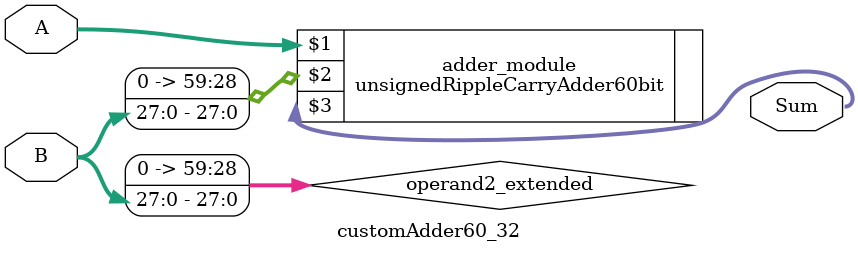
<source format=v>
module customAdder60_32(
                        input [59 : 0] A,
                        input [27 : 0] B,
                        
                        output [60 : 0] Sum
                );

        wire [59 : 0] operand2_extended;
        
        assign operand2_extended =  {32'b0, B};
        
        unsignedRippleCarryAdder60bit adder_module(
            A,
            operand2_extended,
            Sum
        );
        
        endmodule
        
</source>
